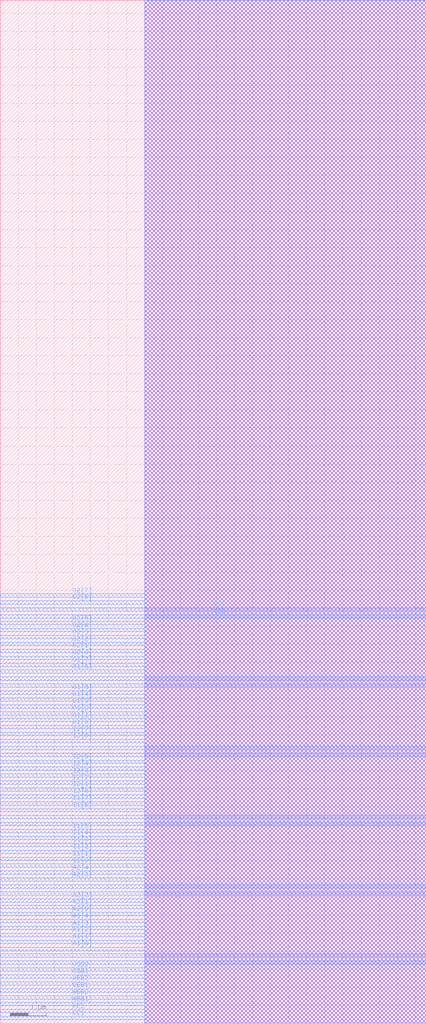
<source format=lef>
VERSION 5.6 ;
BUSBITCHARS "[]" ;
DIVIDERCHAR "/" ;

MACRO SRAM2RW32x8
  CLASS BLOCK ;
  ORIGIN 0 0 ;
  FOREIGN SRAM2RW32x8 0 0 ;
  SIZE 11.808 BY 28.352 ;
  SYMMETRY X Y ;
  SITE asap7sc7p5t ;
  PIN VDD
    DIRECTION INOUT ;
    USE POWER ;
    PORT 
      LAYER M4 ;
        RECT 0.0 1.632 11.808 1.728 ;
        RECT 0.0 3.552 11.808 3.648 ;
        RECT 0.0 5.472 11.808 5.568 ;
        RECT 0.0 7.392 11.808 7.488 ;
        RECT 0.0 9.312 11.808 9.408 ;
        RECT 0.0 11.232 11.808 11.328 ;
    END 
  END VDD
  PIN VSS
    DIRECTION INOUT ;
    USE GROUND ;
    PORT 
      LAYER M4 ;
        RECT 0.0 1.824 11.808 1.92 ;
        RECT 0.0 3.744 11.808 3.84 ;
        RECT 0.0 5.664 11.808 5.76 ;
        RECT 0.0 7.584 11.808 7.68 ;
        RECT 0.0 9.504 11.808 9.6 ;
        RECT 0.0 11.424 11.808 11.52 ;
    END 
  END VSS
  PIN CE1
    DIRECTION INPUT ;
    USE SIGNAL ;
    PORT 
      LAYER M4 ;
        RECT 0.0 0.096 4.0 0.192 ;
    END 
  END CE1
  PIN CE2
    DIRECTION INPUT ;
    USE SIGNAL ;
    PORT 
      LAYER M4 ;
        RECT 0.0 0.288 4.0 0.384 ;
    END 
  END CE2
  PIN WEB1
    DIRECTION INPUT ;
    USE SIGNAL ;
    PORT 
      LAYER M4 ;
        RECT 0.0 0.48 4.0 0.576 ;
    END 
  END WEB1
  PIN WEB2
    DIRECTION INPUT ;
    USE SIGNAL ;
    PORT 
      LAYER M4 ;
        RECT 0.0 0.672 4.0 0.768 ;
    END 
  END WEB2
  PIN OEB1
    DIRECTION INPUT ;
    USE SIGNAL ;
    PORT 
      LAYER M4 ;
        RECT 0.0 0.864 4.0 0.96 ;
    END 
  END OEB1
  PIN OEB2
    DIRECTION INPUT ;
    USE SIGNAL ;
    PORT 
      LAYER M4 ;
        RECT 0.0 1.056 4.0 1.152 ;
    END 
  END OEB2
  PIN CSB1
    DIRECTION INPUT ;
    USE SIGNAL ;
    PORT 
      LAYER M4 ;
        RECT 0.0 1.248 4.0 1.344 ;
    END 
  END CSB1
  PIN CSB2
    DIRECTION INPUT ;
    USE SIGNAL ;
    PORT 
      LAYER M4 ;
        RECT 0.0 1.44 4.0 1.536 ;
    END 
  END CSB2
  PIN A1[0]
    DIRECTION INPUT ;
    USE SIGNAL ;
    PORT 
      LAYER M4 ;
        RECT 0.0 2.016 4.0 2.112 ;
    END 
  END A1[0]
  PIN A1[1]
    DIRECTION INPUT ;
    USE SIGNAL ;
    PORT 
      LAYER M4 ;
        RECT 0.0 2.208 4.0 2.304 ;
    END 
  END A1[1]
  PIN A1[2]
    DIRECTION INPUT ;
    USE SIGNAL ;
    PORT 
      LAYER M4 ;
        RECT 0.0 2.4 4.0 2.496 ;
    END 
  END A1[2]
  PIN A1[3]
    DIRECTION INPUT ;
    USE SIGNAL ;
    PORT 
      LAYER M4 ;
        RECT 0.0 2.592 4.0 2.688 ;
    END 
  END A1[3]
  PIN A1[4]
    DIRECTION INPUT ;
    USE SIGNAL ;
    PORT 
      LAYER M4 ;
        RECT 0.0 2.784 4.0 2.88 ;
    END 
  END A1[4]
  PIN A2[0]
    DIRECTION INPUT ;
    USE SIGNAL ;
    PORT 
      LAYER M4 ;
        RECT 0.0 2.976 4.0 3.072 ;
    END 
  END A2[0]
  PIN A2[1]
    DIRECTION INPUT ;
    USE SIGNAL ;
    PORT 
      LAYER M4 ;
        RECT 0.0 3.168 4.0 3.264 ;
    END 
  END A2[1]
  PIN A2[2]
    DIRECTION INPUT ;
    USE SIGNAL ;
    PORT 
      LAYER M4 ;
        RECT 0.0 3.36 4.0 3.456 ;
    END 
  END A2[2]
  PIN A2[3]
    DIRECTION INPUT ;
    USE SIGNAL ;
    PORT 
      LAYER M4 ;
        RECT 0.0 3.936 4.0 4.032 ;
    END 
  END A2[3]
  PIN A2[4]
    DIRECTION INPUT ;
    USE SIGNAL ;
    PORT 
      LAYER M4 ;
        RECT 0.0 4.128 4.0 4.224 ;
    END 
  END A2[4]
  PIN I1[0]
    DIRECTION INPUT ;
    USE SIGNAL ;
    PORT 
      LAYER M4 ;
        RECT 0.0 4.32 4.0 4.416 ;
    END 
  END I1[0]
  PIN I1[1]
    DIRECTION INPUT ;
    USE SIGNAL ;
    PORT 
      LAYER M4 ;
        RECT 0.0 4.512 4.0 4.608 ;
    END 
  END I1[1]
  PIN I1[2]
    DIRECTION INPUT ;
    USE SIGNAL ;
    PORT 
      LAYER M4 ;
        RECT 0.0 4.704 4.0 4.8 ;
    END 
  END I1[2]
  PIN I1[3]
    DIRECTION INPUT ;
    USE SIGNAL ;
    PORT 
      LAYER M4 ;
        RECT 0.0 4.896 4.0 4.992 ;
    END 
  END I1[3]
  PIN I1[4]
    DIRECTION INPUT ;
    USE SIGNAL ;
    PORT 
      LAYER M4 ;
        RECT 0.0 5.088 4.0 5.184 ;
    END 
  END I1[4]
  PIN I1[5]
    DIRECTION INPUT ;
    USE SIGNAL ;
    PORT 
      LAYER M4 ;
        RECT 0.0 5.28 4.0 5.376 ;
    END 
  END I1[5]
  PIN I1[6]
    DIRECTION INPUT ;
    USE SIGNAL ;
    PORT 
      LAYER M4 ;
        RECT 0.0 5.856 4.0 5.952 ;
    END 
  END I1[6]
  PIN I1[7]
    DIRECTION INPUT ;
    USE SIGNAL ;
    PORT 
      LAYER M4 ;
        RECT 0.0 6.048 4.0 6.144 ;
    END 
  END I1[7]
  PIN I2[0]
    DIRECTION INPUT ;
    USE SIGNAL ;
    PORT 
      LAYER M4 ;
        RECT 0.0 6.24 4.0 6.336 ;
    END 
  END I2[0]
  PIN I2[1]
    DIRECTION INPUT ;
    USE SIGNAL ;
    PORT 
      LAYER M4 ;
        RECT 0.0 6.432 4.0 6.528 ;
    END 
  END I2[1]
  PIN I2[2]
    DIRECTION INPUT ;
    USE SIGNAL ;
    PORT 
      LAYER M4 ;
        RECT 0.0 6.624 4.0 6.72 ;
    END 
  END I2[2]
  PIN I2[3]
    DIRECTION INPUT ;
    USE SIGNAL ;
    PORT 
      LAYER M4 ;
        RECT 0.0 6.816 4.0 6.912 ;
    END 
  END I2[3]
  PIN I2[4]
    DIRECTION INPUT ;
    USE SIGNAL ;
    PORT 
      LAYER M4 ;
        RECT 0.0 7.008 4.0 7.104 ;
    END 
  END I2[4]
  PIN I2[5]
    DIRECTION INPUT ;
    USE SIGNAL ;
    PORT 
      LAYER M4 ;
        RECT 0.0 7.2 4.0 7.296 ;
    END 
  END I2[5]
  PIN I2[6]
    DIRECTION INPUT ;
    USE SIGNAL ;
    PORT 
      LAYER M4 ;
        RECT 0.0 7.776 4.0 7.872 ;
    END 
  END I2[6]
  PIN I2[7]
    DIRECTION INPUT ;
    USE SIGNAL ;
    PORT 
      LAYER M4 ;
        RECT 0.0 7.968 4.0 8.064 ;
    END 
  END I2[7]
  PIN O1[0]
    DIRECTION OUTPUT ;
    USE SIGNAL ;
    PORT 
      LAYER M4 ;
        RECT 0.0 8.16 4.0 8.256 ;
    END 
  END O1[0]
  PIN O1[1]
    DIRECTION OUTPUT ;
    USE SIGNAL ;
    PORT 
      LAYER M4 ;
        RECT 0.0 8.352 4.0 8.448 ;
    END 
  END O1[1]
  PIN O1[2]
    DIRECTION OUTPUT ;
    USE SIGNAL ;
    PORT 
      LAYER M4 ;
        RECT 0.0 8.544 4.0 8.64 ;
    END 
  END O1[2]
  PIN O1[3]
    DIRECTION OUTPUT ;
    USE SIGNAL ;
    PORT 
      LAYER M4 ;
        RECT 0.0 8.736 4.0 8.832 ;
    END 
  END O1[3]
  PIN O1[4]
    DIRECTION OUTPUT ;
    USE SIGNAL ;
    PORT 
      LAYER M4 ;
        RECT 0.0 8.928 4.0 9.024 ;
    END 
  END O1[4]
  PIN O1[5]
    DIRECTION OUTPUT ;
    USE SIGNAL ;
    PORT 
      LAYER M4 ;
        RECT 0.0 9.12 4.0 9.216 ;
    END 
  END O1[5]
  PIN O1[6]
    DIRECTION OUTPUT ;
    USE SIGNAL ;
    PORT 
      LAYER M4 ;
        RECT 0.0 9.696 4.0 9.792 ;
    END 
  END O1[6]
  PIN O1[7]
    DIRECTION OUTPUT ;
    USE SIGNAL ;
    PORT 
      LAYER M4 ;
        RECT 0.0 9.888 4.0 9.984 ;
    END 
  END O1[7]
  PIN O2[0]
    DIRECTION OUTPUT ;
    USE SIGNAL ;
    PORT 
      LAYER M4 ;
        RECT 0.0 10.08 4.0 10.176 ;
    END 
  END O2[0]
  PIN O2[1]
    DIRECTION OUTPUT ;
    USE SIGNAL ;
    PORT 
      LAYER M4 ;
        RECT 0.0 10.272 4.0 10.368 ;
    END 
  END O2[1]
  PIN O2[2]
    DIRECTION OUTPUT ;
    USE SIGNAL ;
    PORT 
      LAYER M4 ;
        RECT 0.0 10.464 4.0 10.56 ;
    END 
  END O2[2]
  PIN O2[3]
    DIRECTION OUTPUT ;
    USE SIGNAL ;
    PORT 
      LAYER M4 ;
        RECT 0.0 10.656 4.0 10.752 ;
    END 
  END O2[3]
  PIN O2[4]
    DIRECTION OUTPUT ;
    USE SIGNAL ;
    PORT 
      LAYER M4 ;
        RECT 0.0 10.848 4.0 10.944 ;
    END 
  END O2[4]
  PIN O2[5]
    DIRECTION OUTPUT ;
    USE SIGNAL ;
    PORT 
      LAYER M4 ;
        RECT 0.0 11.04 4.0 11.136 ;
    END 
  END O2[5]
  PIN O2[6]
    DIRECTION OUTPUT ;
    USE SIGNAL ;
    PORT 
      LAYER M4 ;
        RECT 0.0 11.616 4.0 11.712 ;
    END 
  END O2[6]
  PIN O2[7]
    DIRECTION OUTPUT ;
    USE SIGNAL ;
    PORT 
      LAYER M4 ;
        RECT 0.0 11.808 4.0 11.904 ;
    END 
  END O2[7]
  OBS 
    LAYER M1 ;
      RECT 4.0 0.0 11.808 28.352 ;
    LAYER M2 ;
      RECT 4.0 0.0 11.808 28.352 ;
    LAYER M3 ;
      RECT 4.0 0.0 11.808 28.352 ;
  END 
END SRAM2RW32x8

END LIBRARY
</source>
